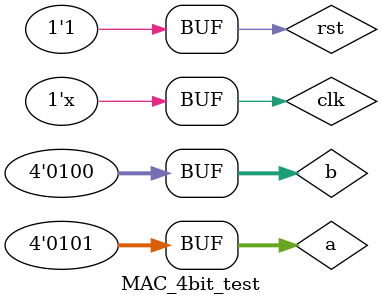
<source format=v>
`timescale 1ns / 1ps
module MAC_4bit_test;
    reg [3:0]a, b;
    wire [9:0]y;
    reg rst, clk;
    MAC_4bit UUT(a, b, clk, rst, y);
    initial
    begin
        rst = 1'b0;
        clk = 1'b0;
        #10;
        rst = 1'b1;
        a = 5;
        b = 4;
        #50;
    end
    always #5 clk = ~clk;
    
endmodule

</source>
